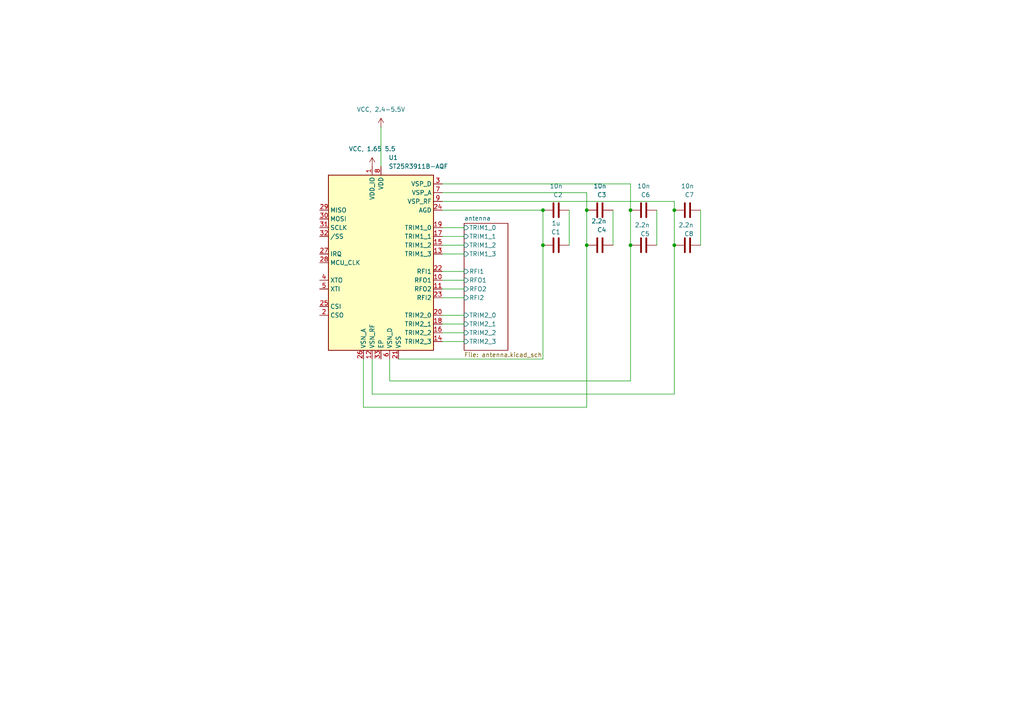
<source format=kicad_sch>
(kicad_sch (version 20231120) (generator "eeschema") (generator_version "8.0")
  (paper "A4")
  (lib_symbols
    (symbol "Device:C" (pin_numbers hide) (pin_names (offset 0.254))
      (property "Reference" "C" (at 0.635 2.54 0))
      (property "Value" "C" (at 0.635 -2.54 0))
      (symbol "C_0_1"
        (polyline (pts (xy -2.032 -0.762) (xy 2.032 -0.762)) (stroke (width 0.508)))
        (polyline (pts (xy -2.032 0.762) (xy 2.032 0.762)) (stroke (width 0.508)))
      )
      (symbol "C_1_1"
        (pin passive line (at 0 3.81 270) (length 2.794) (name "~") (number "1"))
        (pin passive line (at 0 -3.81 90) (length 2.794) (name "~") (number "2"))
      )
    )
    (symbol "RF_NFC:ST25R3911B-AQF"
      (property "Reference" "U" (at -13.97 26.67 0))
      (property "Value" "ST25R3911B-AQF" (at 10.16 26.67 0))
      (symbol "ST25R3911B-AQF_0_1"
        (rectangle (start -15.24 25.4) (end 15.24 -25.4) (stroke (width 0.254)) (fill (type background)))
      )
      (symbol "ST25R3911B-AQF_1_1"
        (pin power_in line (at -2.54 27.94 270) (length 2.54) (name "VDD_IO") (number "1"))
        (pin output line (at 17.78 -5.08 180) (length 2.54) (name "RFO1") (number "10"))
        (pin output line (at 17.78 -7.62 180) (length 2.54) (name "RFO2") (number "11"))
        (pin power_in line (at -2.54 -27.94 90) (length 2.54) (name "VSN_RF") (number "12"))
        (pin passive line (at 17.78 2.54 180) (length 2.54) (name "TRIM1_3") (number "13"))
        (pin passive line (at 17.78 -22.86 180) (length 2.54) (name "TRIM2_3") (number "14"))
        (pin passive line (at 17.78 5.08 180) (length 2.54) (name "TRIM1_2") (number "15"))
        (pin passive line (at 17.78 -20.32 180) (length 2.54) (name "TRIM2_2") (number "16"))
        (pin passive line (at 17.78 7.62 180) (length 2.54) (name "TRIM1_1") (number "17"))
        (pin passive line (at 17.78 -17.78 180) (length 2.54) (name "TRIM2_1") (number "18"))
        (pin passive line (at 17.78 10.16 180) (length 2.54) (name "TRIM1_0") (number "19"))
        (pin output line (at -17.78 -15.24 0) (length 2.54) (name "CSO") (number "2"))
        (pin passive line (at 17.78 -15.24 180) (length 2.54) (name "TRIM2_0") (number "20"))
        (pin power_in line (at 5.08 -27.94 90) (length 2.54) (name "VSS") (number "21"))
        (pin passive line (at 17.78 -2.54 180) (length 2.54) (name "RFI1") (number "22"))
        (pin passive line (at 17.78 -10.16 180) (length 2.54) (name "RFI2") (number "23"))
        (pin passive line (at 17.78 15.24 180) (length 2.54) (name "AGD") (number "24"))
        (pin passive line (at -17.78 -12.7 0) (length 2.54) (name "CSI") (number "25"))
        (pin power_in line (at -5.08 -27.94 90) (length 2.54) (name "VSN_A") (number "26"))
        (pin output line (at -17.78 2.54 0) (length 2.54) (name "IRQ") (number "27"))
        (pin output line (at -17.78 0 0) (length 2.54) (name "MCU_CLK") (number "28"))
        (pin output line (at -17.78 15.24 0) (length 2.54) (name "MISO") (number "29"))
        (pin power_out line (at 17.78 22.86 180) (length 2.54) (name "VSP_D") (number "3"))
        (pin input line (at -17.78 12.7 0) (length 2.54) (name "MOSI") (number "30"))
        (pin input line (at -17.78 10.16 0) (length 2.54) (name "SCLK") (number "31"))
        (pin input line (at -17.78 7.62 0) (length 2.54) (name "/SS") (number "32"))
        (pin power_in line (at 0 -27.94 90) (length 2.54) (name "EP") (number "33"))
        (pin output line (at -17.78 -5.08 0) (length 2.54) (name "XTO") (number "4"))
        (pin passive line (at -17.78 -7.62 0) (length 2.54) (name "XTI") (number "5"))
        (pin power_in line (at 2.54 -27.94 90) (length 2.54) (name "VSN_D") (number "6"))
        (pin power_out line (at 17.78 20.32 180) (length 2.54) (name "VSP_A") (number "7"))
        (pin power_in line (at 0 27.94 270) (length 2.54) (name "VDD") (number "8"))
        (pin power_out line (at 17.78 17.78 180) (length 2.54) (name "VSP_RF") (number "9"))
      )
    )
    (symbol "power:VCC" (power) (pin_numbers hide) (pin_names (offset 0) hide)
      (property "Value" "VCC" (at 0 3.556 0))
      (symbol "VCC_0_1"
        (polyline (pts (xy -0.762 1.27) (xy 0 2.54)))
        (polyline (pts (xy 0 0) (xy 0 2.54)))
        (polyline (pts (xy 0 2.54) (xy 0.762 1.27)))
      )
      (symbol "VCC_1_1"
        (pin power_in line (at 0 0 90) (length 0) (name "~") (number "1"))
      )
    )
  )
  (junction (at 182.88 60.96))
  (junction (at 182.88 71.12))
  (junction (at 157.48 71.12))
  (junction (at 170.18 71.12))
  (junction (at 195.58 71.12))
  (junction (at 170.18 60.96))
  (junction (at 195.58 60.96))
  (junction (at 157.48 60.96))
  (wire (pts (xy 128.27 55.88) (xy 170.18 55.88)))
  (wire (pts (xy 170.18 55.88) (xy 170.18 60.96)))
  (wire (pts (xy 203.2 60.96) (xy 203.2 71.12)))
  (wire (pts (xy 128.27 83.82) (xy 134.62 83.82)))
  (wire (pts (xy 128.27 86.36) (xy 134.62 86.36)))
  (wire (pts (xy 113.03 110.49) (xy 182.88 110.49)))
  (wire (pts (xy 182.88 71.12) (xy 182.88 60.96)))
  (wire (pts (xy 157.48 71.12) (xy 157.48 104.14)))
  (wire (pts (xy 128.27 60.96) (xy 157.48 60.96)))
  (wire (pts (xy 165.1 71.12) (xy 165.1 60.96)))
  (wire (pts (xy 128.27 58.42) (xy 195.58 58.42)))
  (wire (pts (xy 170.18 71.12) (xy 170.18 118.11)))
  (wire (pts (xy 128.27 93.98) (xy 134.62 93.98)))
  (wire (pts (xy 157.48 104.14) (xy 115.57 104.14)))
  (wire (pts (xy 128.27 81.28) (xy 134.62 81.28)))
  (wire (pts (xy 177.8 71.12) (xy 177.8 60.96)))
  (wire (pts (xy 157.48 60.96) (xy 157.48 71.12)))
  (wire (pts (xy 190.5 71.12) (xy 190.5 60.96)))
  (wire (pts (xy 128.27 78.74) (xy 134.62 78.74)))
  (wire (pts (xy 182.88 71.12) (xy 182.88 110.49)))
  (wire (pts (xy 128.27 66.04) (xy 134.62 66.04)))
  (wire (pts (xy 195.58 58.42) (xy 195.58 60.96)))
  (wire (pts (xy 128.27 91.44) (xy 134.62 91.44)))
  (wire (pts (xy 107.95 104.14) (xy 107.95 114.3)))
  (wire (pts (xy 128.27 71.12) (xy 134.62 71.12)))
  (wire (pts (xy 113.03 110.49) (xy 113.03 104.14)))
  (wire (pts (xy 128.27 96.52) (xy 134.62 96.52)))
  (wire (pts (xy 110.49 36.83) (xy 110.49 48.26)))
  (wire (pts (xy 128.27 68.58) (xy 134.62 68.58)))
  (wire (pts (xy 107.95 114.3) (xy 195.58 114.3)))
  (wire (pts (xy 128.27 53.34) (xy 182.88 53.34)))
  (wire (pts (xy 105.41 104.14) (xy 105.41 118.11)))
  (wire (pts (xy 182.88 53.34) (xy 182.88 60.96)))
  (wire (pts (xy 128.27 73.66) (xy 134.62 73.66)))
  (wire (pts (xy 105.41 118.11) (xy 170.18 118.11)))
  (wire (pts (xy 195.58 114.3) (xy 195.58 71.12)))
  (wire (pts (xy 195.58 60.96) (xy 195.58 71.12)))
  (wire (pts (xy 128.27 99.06) (xy 134.62 99.06)))
  (wire (pts (xy 170.18 71.12) (xy 170.18 60.96)))
  (symbol (lib_id "power:VCC") (at 110.49 36.83 0) (unit 1)
    (property "Reference" "#PWR01" (effects (hide yes)))
    (property "Value" "VCC, 2.4-5.5V" (at 110.49 31.75 0))
    (property "Description" "Power symbol creates a global label with name \"VCC\"" (effects (hide yes)))
  )
  (symbol (lib_id "Device:C") (at 199.39 60.96 270) (unit 1)
    (property "Reference" "C7" (at 201.295 56.5151 90) (effects (justify right)))
    (property "Value" "10n" (at 201.295 53.9751 90) (effects (justify right)))
    (property "Description" "Unpolarized capacitor" (effects (hide yes)))
  )
  (symbol (lib_id "Device:C") (at 186.69 60.96 270) (unit 1)
    (property "Reference" "C6" (at 188.595 56.5151 90) (effects (justify right)))
    (property "Value" "10n" (at 188.595 53.9751 90) (effects (justify right)))
    (property "Description" "Unpolarized capacitor" (effects (hide yes)))
  )
  (symbol (lib_id "Device:C") (at 173.99 71.12 270) (unit 1)
    (property "Reference" "C4" (at 175.895 66.6751 90) (effects (justify right)))
    (property "Value" "2.2n" (at 175.895 64.1351 90) (effects (justify right)))
    (property "Description" "Unpolarized capacitor" (effects (hide yes)))
  )
  (symbol (lib_id "Device:C") (at 199.39 71.12 270) (unit 1)
    (property "Reference" "C8" (at 201.168 67.818 90) (effects (justify right)))
    (property "Value" "2.2n" (at 201.168 65.278 90) (effects (justify right)))
    (property "Description" "Unpolarized capacitor" (effects (hide yes)))
  )
  (symbol (lib_id "RF_NFC:ST25R3911B-AQF") (at 110.49 76.2 0) (unit 1)
    (property "Reference" "U1" (at 112.6841 45.72 0) (effects (justify left)))
    (property "Value" "ST25R3911B-AQF" (at 112.6841 48.26 0) (effects (justify left)))
    (property "Footprint" "Package_DFN_QFN:QFN-32-1EP_5x5mm_P0.5mm_EP3.6x3.6mm_ThermalVias" (effects (hide yes)))
    (property "Datasheet" "https://www.st.com/resource/en/datasheet/st25r3911b.pdf" (effects (hide yes)))
    (property "Description" "High performance HR reader/NFC initiator with 1.4W supporting VHBR and AAT, QFN32" (effects (hide yes)))
  )
  (symbol (lib_id "Device:C") (at 173.99 60.96 270) (unit 1)
    (property "Reference" "C3" (at 175.895 56.5151 90) (effects (justify right)))
    (property "Value" "10n" (at 175.895 53.9751 90) (effects (justify right)))
    (property "Description" "Unpolarized capacitor" (effects (hide yes)))
  )
  (symbol (lib_id "Device:C") (at 161.29 71.12 270) (unit 1)
    (property "Reference" "C1" (at 162.56 67.3101 90) (effects (justify right)))
    (property "Value" "1u" (at 162.56 64.7701 90) (effects (justify right)))
    (property "Description" "Unpolarized capacitor" (effects (hide yes)))
  )
  (symbol (lib_id "power:VCC") (at 107.95 48.26 0) (unit 1)
    (property "Reference" "#PWR02" (effects (hide yes)))
    (property "Value" "VCC, 1.65 5.5" (at 107.95 43.18 0))
    (property "Description" "Power symbol creates a global label with name \"VCC\"" (effects (hide yes)))
  )
  (symbol (lib_id "Device:C") (at 186.69 71.12 270) (unit 1)
    (property "Reference" "C5" (at 188.468 67.818 90) (effects (justify right)))
    (property "Value" "2.2n" (at 188.468 65.278 90) (effects (justify right)))
    (property "Description" "Unpolarized capacitor" (effects (hide yes)))
  )
  (symbol (lib_id "Device:C") (at 161.29 60.96 270) (unit 1)
    (property "Reference" "C2" (at 163.195 56.5151 90) (effects (justify right)))
    (property "Value" "10n" (at 163.195 53.9751 90) (effects (justify right)))
    (property "Description" "Unpolarized capacitor" (effects (hide yes)))
  )
  (sheet (at 134.62 64.77) (size 12.7 36.83) (stroke (width 0.1524))
    (property "Sheetname" "antenna" (at 134.62 64.0584 0) (effects (justify left bottom)))
    (property "Sheetfile" "antenna.kicad_sch" (at 134.62 102.1846 0) (effects (justify left top)))
    (pin "RFI2" input (at 134.62 86.36 180))
    (pin "TRIM2_1" input (at 134.62 93.98 180))
    (pin "TRIM2_2" input (at 134.62 96.52 180))
    (pin "TRIM2_0" input (at 134.62 91.44 180))
    (pin "TRIM2_3" input (at 134.62 99.06 180))
    (pin "RFO2" input (at 134.62 83.82 180))
    (pin "RFO1" input (at 134.62 81.28 180))
    (pin "RFI1" input (at 134.62 78.74 180))
    (pin "TRIM1_3" input (at 134.62 73.66 180))
    (pin "TRIM1_0" input (at 134.62 66.04 180))
    (pin "TRIM1_2" input (at 134.62 71.12 180))
    (pin "TRIM1_1" input (at 134.62 68.58 180))
  )
)
</source>
